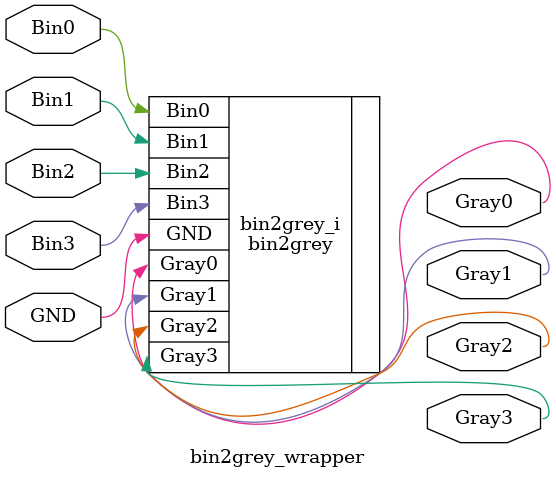
<source format=v>
`timescale 1 ps / 1 ps

module bin2grey_wrapper
   (Bin0,
    Bin1,
    Bin2,
    Bin3,
    GND,
    Gray0,
    Gray1,
    Gray2,
    Gray3);
  input Bin0;
  input Bin1;
  input Bin2;
  input Bin3;
  input GND;
  output Gray0;
  output Gray1;
  output Gray2;
  output Gray3;

  wire Bin0;
  wire Bin1;
  wire Bin2;
  wire Bin3;
  wire GND;
  wire Gray0;
  wire Gray1;
  wire Gray2;
  wire Gray3;

  bin2grey bin2grey_i
       (.Bin0(Bin0),
        .Bin1(Bin1),
        .Bin2(Bin2),
        .Bin3(Bin3),
        .GND(GND),
        .Gray0(Gray0),
        .Gray1(Gray1),
        .Gray2(Gray2),
        .Gray3(Gray3));
endmodule

</source>
